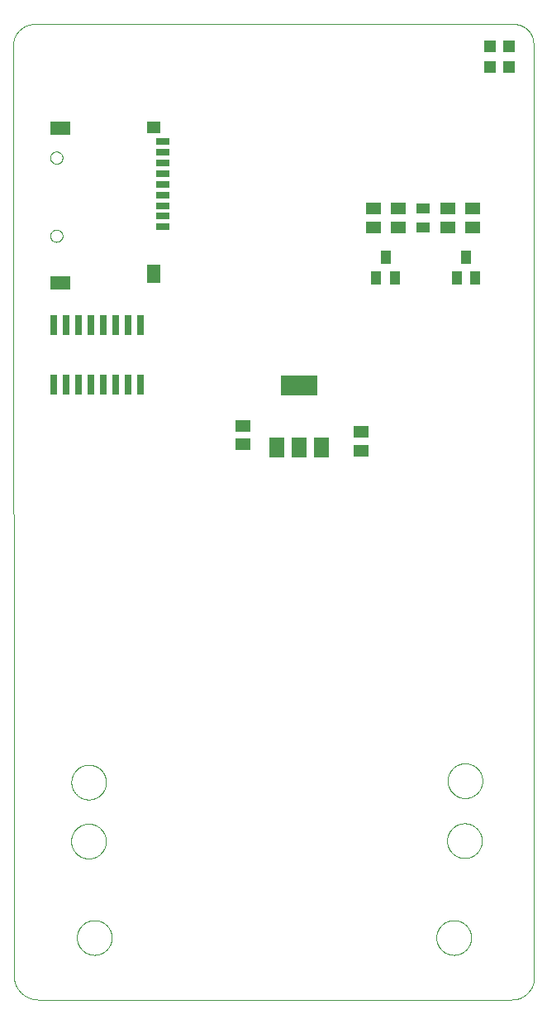
<source format=gtp>
G75*
%MOIN*%
%OFA0B0*%
%FSLAX25Y25*%
%IPPOS*%
%LPD*%
%AMOC8*
5,1,8,0,0,1.08239X$1,22.5*
%
%ADD10C,0.00000*%
%ADD11R,0.04724X0.04724*%
%ADD12R,0.03937X0.05512*%
%ADD13R,0.05906X0.05118*%
%ADD14R,0.02600X0.08000*%
%ADD15R,0.05512X0.04331*%
%ADD16R,0.07874X0.05512*%
%ADD17R,0.05512X0.05039*%
%ADD18R,0.05512X0.07677*%
%ADD19R,0.05512X0.02756*%
%ADD20R,0.05900X0.07900*%
%ADD21R,0.15000X0.07900*%
D10*
X0001297Y0010767D02*
X0001000Y0385429D01*
X0001003Y0385640D01*
X0001010Y0385850D01*
X0001023Y0386061D01*
X0001041Y0386271D01*
X0001064Y0386480D01*
X0001092Y0386689D01*
X0001124Y0386897D01*
X0001162Y0387104D01*
X0001205Y0387311D01*
X0001253Y0387516D01*
X0001306Y0387720D01*
X0001364Y0387922D01*
X0001427Y0388124D01*
X0001494Y0388323D01*
X0001567Y0388521D01*
X0001644Y0388717D01*
X0001726Y0388911D01*
X0001812Y0389104D01*
X0001903Y0389294D01*
X0001999Y0389481D01*
X0002099Y0389667D01*
X0002204Y0389850D01*
X0002313Y0390030D01*
X0002426Y0390208D01*
X0002544Y0390383D01*
X0002665Y0390554D01*
X0002791Y0390723D01*
X0002921Y0390889D01*
X0003055Y0391052D01*
X0003193Y0391211D01*
X0003335Y0391367D01*
X0003480Y0391520D01*
X0003629Y0391669D01*
X0003782Y0391814D01*
X0003938Y0391956D01*
X0004097Y0392094D01*
X0004260Y0392228D01*
X0004426Y0392358D01*
X0004595Y0392484D01*
X0004766Y0392605D01*
X0004941Y0392723D01*
X0005119Y0392836D01*
X0005299Y0392945D01*
X0005482Y0393050D01*
X0005668Y0393150D01*
X0005855Y0393246D01*
X0006045Y0393337D01*
X0006238Y0393423D01*
X0006432Y0393505D01*
X0006628Y0393582D01*
X0006826Y0393655D01*
X0007025Y0393722D01*
X0007227Y0393785D01*
X0007429Y0393843D01*
X0007633Y0393896D01*
X0007838Y0393944D01*
X0008045Y0393987D01*
X0008252Y0394025D01*
X0008460Y0394057D01*
X0008669Y0394085D01*
X0008878Y0394108D01*
X0009088Y0394126D01*
X0009299Y0394139D01*
X0009509Y0394146D01*
X0009720Y0394149D01*
X0009720Y0394148D02*
X0203035Y0394148D01*
X0203226Y0394146D01*
X0203416Y0394139D01*
X0203606Y0394127D01*
X0203796Y0394111D01*
X0203986Y0394091D01*
X0204174Y0394065D01*
X0204363Y0394035D01*
X0204550Y0394001D01*
X0204737Y0393962D01*
X0204922Y0393919D01*
X0205107Y0393871D01*
X0205290Y0393819D01*
X0205472Y0393762D01*
X0205652Y0393701D01*
X0205831Y0393636D01*
X0206009Y0393566D01*
X0206184Y0393492D01*
X0206358Y0393414D01*
X0206530Y0393331D01*
X0206700Y0393245D01*
X0206867Y0393154D01*
X0207033Y0393059D01*
X0207196Y0392961D01*
X0207357Y0392858D01*
X0207515Y0392752D01*
X0207670Y0392642D01*
X0207823Y0392528D01*
X0207973Y0392411D01*
X0208120Y0392289D01*
X0208264Y0392165D01*
X0208405Y0392037D01*
X0208543Y0391905D01*
X0208678Y0391770D01*
X0208810Y0391632D01*
X0208938Y0391491D01*
X0209062Y0391347D01*
X0209184Y0391200D01*
X0209301Y0391050D01*
X0209415Y0390897D01*
X0209525Y0390742D01*
X0209631Y0390584D01*
X0209734Y0390423D01*
X0209832Y0390260D01*
X0209927Y0390094D01*
X0210018Y0389927D01*
X0210104Y0389757D01*
X0210187Y0389585D01*
X0210265Y0389411D01*
X0210339Y0389236D01*
X0210409Y0389058D01*
X0210474Y0388879D01*
X0210535Y0388699D01*
X0210592Y0388517D01*
X0210644Y0388334D01*
X0210692Y0388149D01*
X0210735Y0387964D01*
X0210774Y0387777D01*
X0210808Y0387590D01*
X0210838Y0387401D01*
X0210864Y0387213D01*
X0210884Y0387023D01*
X0210900Y0386833D01*
X0210912Y0386643D01*
X0210919Y0386453D01*
X0210921Y0386262D01*
X0211218Y0009978D01*
X0211215Y0009761D01*
X0211208Y0009544D01*
X0211194Y0009328D01*
X0211176Y0009111D01*
X0211153Y0008896D01*
X0211124Y0008681D01*
X0211090Y0008466D01*
X0211051Y0008253D01*
X0211006Y0008041D01*
X0210957Y0007829D01*
X0210903Y0007619D01*
X0210843Y0007411D01*
X0210779Y0007204D01*
X0210709Y0006998D01*
X0210635Y0006794D01*
X0210555Y0006592D01*
X0210471Y0006393D01*
X0210382Y0006195D01*
X0210288Y0005999D01*
X0210190Y0005806D01*
X0210086Y0005615D01*
X0209979Y0005427D01*
X0209867Y0005241D01*
X0209750Y0005058D01*
X0209629Y0004878D01*
X0209503Y0004701D01*
X0209374Y0004527D01*
X0209240Y0004356D01*
X0209102Y0004189D01*
X0208960Y0004024D01*
X0208814Y0003864D01*
X0208665Y0003707D01*
X0208511Y0003553D01*
X0208354Y0003404D01*
X0208194Y0003258D01*
X0208029Y0003116D01*
X0207862Y0002978D01*
X0207691Y0002844D01*
X0207517Y0002715D01*
X0207340Y0002589D01*
X0207160Y0002468D01*
X0206977Y0002351D01*
X0206791Y0002239D01*
X0206603Y0002132D01*
X0206412Y0002028D01*
X0206219Y0001930D01*
X0206023Y0001836D01*
X0205825Y0001747D01*
X0205626Y0001663D01*
X0205424Y0001583D01*
X0205220Y0001509D01*
X0205014Y0001439D01*
X0204807Y0001375D01*
X0204599Y0001315D01*
X0204389Y0001261D01*
X0204177Y0001212D01*
X0203965Y0001167D01*
X0203752Y0001128D01*
X0203537Y0001094D01*
X0203322Y0001065D01*
X0203107Y0001042D01*
X0202890Y0001024D01*
X0202674Y0001010D01*
X0202457Y0001003D01*
X0202240Y0001000D01*
X0011063Y0001000D01*
X0010827Y0001003D01*
X0010591Y0001011D01*
X0010356Y0001026D01*
X0010120Y0001046D01*
X0009886Y0001071D01*
X0009652Y0001102D01*
X0009419Y0001139D01*
X0009186Y0001182D01*
X0008955Y0001230D01*
X0008726Y0001284D01*
X0008497Y0001343D01*
X0008270Y0001408D01*
X0008045Y0001478D01*
X0007821Y0001554D01*
X0007600Y0001635D01*
X0007380Y0001721D01*
X0007162Y0001813D01*
X0006947Y0001910D01*
X0006734Y0002012D01*
X0006524Y0002119D01*
X0006316Y0002231D01*
X0006112Y0002348D01*
X0005910Y0002470D01*
X0005711Y0002597D01*
X0005515Y0002729D01*
X0005322Y0002865D01*
X0005133Y0003006D01*
X0004947Y0003152D01*
X0004765Y0003302D01*
X0004586Y0003456D01*
X0004412Y0003615D01*
X0004241Y0003778D01*
X0004074Y0003945D01*
X0003911Y0004116D01*
X0003752Y0004290D01*
X0003598Y0004469D01*
X0003448Y0004651D01*
X0003302Y0004837D01*
X0003161Y0005026D01*
X0003025Y0005219D01*
X0002893Y0005415D01*
X0002766Y0005614D01*
X0002644Y0005816D01*
X0002527Y0006020D01*
X0002415Y0006228D01*
X0002308Y0006438D01*
X0002206Y0006651D01*
X0002109Y0006866D01*
X0002017Y0007084D01*
X0001931Y0007304D01*
X0001850Y0007525D01*
X0001774Y0007749D01*
X0001704Y0007974D01*
X0001639Y0008201D01*
X0001580Y0008430D01*
X0001526Y0008659D01*
X0001478Y0008890D01*
X0001435Y0009123D01*
X0001398Y0009356D01*
X0001367Y0009590D01*
X0001342Y0009824D01*
X0001322Y0010060D01*
X0001307Y0010295D01*
X0001299Y0010531D01*
X0001296Y0010767D01*
X0024468Y0064839D02*
X0024470Y0065011D01*
X0024476Y0065182D01*
X0024487Y0065354D01*
X0024502Y0065525D01*
X0024521Y0065696D01*
X0024544Y0065866D01*
X0024571Y0066036D01*
X0024603Y0066205D01*
X0024638Y0066373D01*
X0024678Y0066540D01*
X0024722Y0066706D01*
X0024769Y0066871D01*
X0024821Y0067035D01*
X0024877Y0067197D01*
X0024937Y0067358D01*
X0025001Y0067518D01*
X0025069Y0067676D01*
X0025140Y0067832D01*
X0025215Y0067986D01*
X0025295Y0068139D01*
X0025377Y0068289D01*
X0025464Y0068438D01*
X0025554Y0068584D01*
X0025648Y0068728D01*
X0025745Y0068870D01*
X0025846Y0069009D01*
X0025950Y0069146D01*
X0026057Y0069280D01*
X0026168Y0069411D01*
X0026281Y0069540D01*
X0026398Y0069666D01*
X0026518Y0069789D01*
X0026641Y0069909D01*
X0026767Y0070026D01*
X0026896Y0070139D01*
X0027027Y0070250D01*
X0027161Y0070357D01*
X0027298Y0070461D01*
X0027437Y0070562D01*
X0027579Y0070659D01*
X0027723Y0070753D01*
X0027869Y0070843D01*
X0028018Y0070930D01*
X0028168Y0071012D01*
X0028321Y0071092D01*
X0028475Y0071167D01*
X0028631Y0071238D01*
X0028789Y0071306D01*
X0028949Y0071370D01*
X0029110Y0071430D01*
X0029272Y0071486D01*
X0029436Y0071538D01*
X0029601Y0071585D01*
X0029767Y0071629D01*
X0029934Y0071669D01*
X0030102Y0071704D01*
X0030271Y0071736D01*
X0030441Y0071763D01*
X0030611Y0071786D01*
X0030782Y0071805D01*
X0030953Y0071820D01*
X0031125Y0071831D01*
X0031296Y0071837D01*
X0031468Y0071839D01*
X0031640Y0071837D01*
X0031811Y0071831D01*
X0031983Y0071820D01*
X0032154Y0071805D01*
X0032325Y0071786D01*
X0032495Y0071763D01*
X0032665Y0071736D01*
X0032834Y0071704D01*
X0033002Y0071669D01*
X0033169Y0071629D01*
X0033335Y0071585D01*
X0033500Y0071538D01*
X0033664Y0071486D01*
X0033826Y0071430D01*
X0033987Y0071370D01*
X0034147Y0071306D01*
X0034305Y0071238D01*
X0034461Y0071167D01*
X0034615Y0071092D01*
X0034768Y0071012D01*
X0034918Y0070930D01*
X0035067Y0070843D01*
X0035213Y0070753D01*
X0035357Y0070659D01*
X0035499Y0070562D01*
X0035638Y0070461D01*
X0035775Y0070357D01*
X0035909Y0070250D01*
X0036040Y0070139D01*
X0036169Y0070026D01*
X0036295Y0069909D01*
X0036418Y0069789D01*
X0036538Y0069666D01*
X0036655Y0069540D01*
X0036768Y0069411D01*
X0036879Y0069280D01*
X0036986Y0069146D01*
X0037090Y0069009D01*
X0037191Y0068870D01*
X0037288Y0068728D01*
X0037382Y0068584D01*
X0037472Y0068438D01*
X0037559Y0068289D01*
X0037641Y0068139D01*
X0037721Y0067986D01*
X0037796Y0067832D01*
X0037867Y0067676D01*
X0037935Y0067518D01*
X0037999Y0067358D01*
X0038059Y0067197D01*
X0038115Y0067035D01*
X0038167Y0066871D01*
X0038214Y0066706D01*
X0038258Y0066540D01*
X0038298Y0066373D01*
X0038333Y0066205D01*
X0038365Y0066036D01*
X0038392Y0065866D01*
X0038415Y0065696D01*
X0038434Y0065525D01*
X0038449Y0065354D01*
X0038460Y0065182D01*
X0038466Y0065011D01*
X0038468Y0064839D01*
X0038466Y0064667D01*
X0038460Y0064496D01*
X0038449Y0064324D01*
X0038434Y0064153D01*
X0038415Y0063982D01*
X0038392Y0063812D01*
X0038365Y0063642D01*
X0038333Y0063473D01*
X0038298Y0063305D01*
X0038258Y0063138D01*
X0038214Y0062972D01*
X0038167Y0062807D01*
X0038115Y0062643D01*
X0038059Y0062481D01*
X0037999Y0062320D01*
X0037935Y0062160D01*
X0037867Y0062002D01*
X0037796Y0061846D01*
X0037721Y0061692D01*
X0037641Y0061539D01*
X0037559Y0061389D01*
X0037472Y0061240D01*
X0037382Y0061094D01*
X0037288Y0060950D01*
X0037191Y0060808D01*
X0037090Y0060669D01*
X0036986Y0060532D01*
X0036879Y0060398D01*
X0036768Y0060267D01*
X0036655Y0060138D01*
X0036538Y0060012D01*
X0036418Y0059889D01*
X0036295Y0059769D01*
X0036169Y0059652D01*
X0036040Y0059539D01*
X0035909Y0059428D01*
X0035775Y0059321D01*
X0035638Y0059217D01*
X0035499Y0059116D01*
X0035357Y0059019D01*
X0035213Y0058925D01*
X0035067Y0058835D01*
X0034918Y0058748D01*
X0034768Y0058666D01*
X0034615Y0058586D01*
X0034461Y0058511D01*
X0034305Y0058440D01*
X0034147Y0058372D01*
X0033987Y0058308D01*
X0033826Y0058248D01*
X0033664Y0058192D01*
X0033500Y0058140D01*
X0033335Y0058093D01*
X0033169Y0058049D01*
X0033002Y0058009D01*
X0032834Y0057974D01*
X0032665Y0057942D01*
X0032495Y0057915D01*
X0032325Y0057892D01*
X0032154Y0057873D01*
X0031983Y0057858D01*
X0031811Y0057847D01*
X0031640Y0057841D01*
X0031468Y0057839D01*
X0031296Y0057841D01*
X0031125Y0057847D01*
X0030953Y0057858D01*
X0030782Y0057873D01*
X0030611Y0057892D01*
X0030441Y0057915D01*
X0030271Y0057942D01*
X0030102Y0057974D01*
X0029934Y0058009D01*
X0029767Y0058049D01*
X0029601Y0058093D01*
X0029436Y0058140D01*
X0029272Y0058192D01*
X0029110Y0058248D01*
X0028949Y0058308D01*
X0028789Y0058372D01*
X0028631Y0058440D01*
X0028475Y0058511D01*
X0028321Y0058586D01*
X0028168Y0058666D01*
X0028018Y0058748D01*
X0027869Y0058835D01*
X0027723Y0058925D01*
X0027579Y0059019D01*
X0027437Y0059116D01*
X0027298Y0059217D01*
X0027161Y0059321D01*
X0027027Y0059428D01*
X0026896Y0059539D01*
X0026767Y0059652D01*
X0026641Y0059769D01*
X0026518Y0059889D01*
X0026398Y0060012D01*
X0026281Y0060138D01*
X0026168Y0060267D01*
X0026057Y0060398D01*
X0025950Y0060532D01*
X0025846Y0060669D01*
X0025745Y0060808D01*
X0025648Y0060950D01*
X0025554Y0061094D01*
X0025464Y0061240D01*
X0025377Y0061389D01*
X0025295Y0061539D01*
X0025215Y0061692D01*
X0025140Y0061846D01*
X0025069Y0062002D01*
X0025001Y0062160D01*
X0024937Y0062320D01*
X0024877Y0062481D01*
X0024821Y0062643D01*
X0024769Y0062807D01*
X0024722Y0062972D01*
X0024678Y0063138D01*
X0024638Y0063305D01*
X0024603Y0063473D01*
X0024571Y0063642D01*
X0024544Y0063812D01*
X0024521Y0063982D01*
X0024502Y0064153D01*
X0024487Y0064324D01*
X0024476Y0064496D01*
X0024470Y0064667D01*
X0024468Y0064839D01*
X0024536Y0088621D02*
X0024538Y0088793D01*
X0024544Y0088964D01*
X0024555Y0089136D01*
X0024570Y0089307D01*
X0024589Y0089478D01*
X0024612Y0089648D01*
X0024639Y0089818D01*
X0024671Y0089987D01*
X0024706Y0090155D01*
X0024746Y0090322D01*
X0024790Y0090488D01*
X0024837Y0090653D01*
X0024889Y0090817D01*
X0024945Y0090979D01*
X0025005Y0091140D01*
X0025069Y0091300D01*
X0025137Y0091458D01*
X0025208Y0091614D01*
X0025283Y0091768D01*
X0025363Y0091921D01*
X0025445Y0092071D01*
X0025532Y0092220D01*
X0025622Y0092366D01*
X0025716Y0092510D01*
X0025813Y0092652D01*
X0025914Y0092791D01*
X0026018Y0092928D01*
X0026125Y0093062D01*
X0026236Y0093193D01*
X0026349Y0093322D01*
X0026466Y0093448D01*
X0026586Y0093571D01*
X0026709Y0093691D01*
X0026835Y0093808D01*
X0026964Y0093921D01*
X0027095Y0094032D01*
X0027229Y0094139D01*
X0027366Y0094243D01*
X0027505Y0094344D01*
X0027647Y0094441D01*
X0027791Y0094535D01*
X0027937Y0094625D01*
X0028086Y0094712D01*
X0028236Y0094794D01*
X0028389Y0094874D01*
X0028543Y0094949D01*
X0028699Y0095020D01*
X0028857Y0095088D01*
X0029017Y0095152D01*
X0029178Y0095212D01*
X0029340Y0095268D01*
X0029504Y0095320D01*
X0029669Y0095367D01*
X0029835Y0095411D01*
X0030002Y0095451D01*
X0030170Y0095486D01*
X0030339Y0095518D01*
X0030509Y0095545D01*
X0030679Y0095568D01*
X0030850Y0095587D01*
X0031021Y0095602D01*
X0031193Y0095613D01*
X0031364Y0095619D01*
X0031536Y0095621D01*
X0031708Y0095619D01*
X0031879Y0095613D01*
X0032051Y0095602D01*
X0032222Y0095587D01*
X0032393Y0095568D01*
X0032563Y0095545D01*
X0032733Y0095518D01*
X0032902Y0095486D01*
X0033070Y0095451D01*
X0033237Y0095411D01*
X0033403Y0095367D01*
X0033568Y0095320D01*
X0033732Y0095268D01*
X0033894Y0095212D01*
X0034055Y0095152D01*
X0034215Y0095088D01*
X0034373Y0095020D01*
X0034529Y0094949D01*
X0034683Y0094874D01*
X0034836Y0094794D01*
X0034986Y0094712D01*
X0035135Y0094625D01*
X0035281Y0094535D01*
X0035425Y0094441D01*
X0035567Y0094344D01*
X0035706Y0094243D01*
X0035843Y0094139D01*
X0035977Y0094032D01*
X0036108Y0093921D01*
X0036237Y0093808D01*
X0036363Y0093691D01*
X0036486Y0093571D01*
X0036606Y0093448D01*
X0036723Y0093322D01*
X0036836Y0093193D01*
X0036947Y0093062D01*
X0037054Y0092928D01*
X0037158Y0092791D01*
X0037259Y0092652D01*
X0037356Y0092510D01*
X0037450Y0092366D01*
X0037540Y0092220D01*
X0037627Y0092071D01*
X0037709Y0091921D01*
X0037789Y0091768D01*
X0037864Y0091614D01*
X0037935Y0091458D01*
X0038003Y0091300D01*
X0038067Y0091140D01*
X0038127Y0090979D01*
X0038183Y0090817D01*
X0038235Y0090653D01*
X0038282Y0090488D01*
X0038326Y0090322D01*
X0038366Y0090155D01*
X0038401Y0089987D01*
X0038433Y0089818D01*
X0038460Y0089648D01*
X0038483Y0089478D01*
X0038502Y0089307D01*
X0038517Y0089136D01*
X0038528Y0088964D01*
X0038534Y0088793D01*
X0038536Y0088621D01*
X0038534Y0088449D01*
X0038528Y0088278D01*
X0038517Y0088106D01*
X0038502Y0087935D01*
X0038483Y0087764D01*
X0038460Y0087594D01*
X0038433Y0087424D01*
X0038401Y0087255D01*
X0038366Y0087087D01*
X0038326Y0086920D01*
X0038282Y0086754D01*
X0038235Y0086589D01*
X0038183Y0086425D01*
X0038127Y0086263D01*
X0038067Y0086102D01*
X0038003Y0085942D01*
X0037935Y0085784D01*
X0037864Y0085628D01*
X0037789Y0085474D01*
X0037709Y0085321D01*
X0037627Y0085171D01*
X0037540Y0085022D01*
X0037450Y0084876D01*
X0037356Y0084732D01*
X0037259Y0084590D01*
X0037158Y0084451D01*
X0037054Y0084314D01*
X0036947Y0084180D01*
X0036836Y0084049D01*
X0036723Y0083920D01*
X0036606Y0083794D01*
X0036486Y0083671D01*
X0036363Y0083551D01*
X0036237Y0083434D01*
X0036108Y0083321D01*
X0035977Y0083210D01*
X0035843Y0083103D01*
X0035706Y0082999D01*
X0035567Y0082898D01*
X0035425Y0082801D01*
X0035281Y0082707D01*
X0035135Y0082617D01*
X0034986Y0082530D01*
X0034836Y0082448D01*
X0034683Y0082368D01*
X0034529Y0082293D01*
X0034373Y0082222D01*
X0034215Y0082154D01*
X0034055Y0082090D01*
X0033894Y0082030D01*
X0033732Y0081974D01*
X0033568Y0081922D01*
X0033403Y0081875D01*
X0033237Y0081831D01*
X0033070Y0081791D01*
X0032902Y0081756D01*
X0032733Y0081724D01*
X0032563Y0081697D01*
X0032393Y0081674D01*
X0032222Y0081655D01*
X0032051Y0081640D01*
X0031879Y0081629D01*
X0031708Y0081623D01*
X0031536Y0081621D01*
X0031364Y0081623D01*
X0031193Y0081629D01*
X0031021Y0081640D01*
X0030850Y0081655D01*
X0030679Y0081674D01*
X0030509Y0081697D01*
X0030339Y0081724D01*
X0030170Y0081756D01*
X0030002Y0081791D01*
X0029835Y0081831D01*
X0029669Y0081875D01*
X0029504Y0081922D01*
X0029340Y0081974D01*
X0029178Y0082030D01*
X0029017Y0082090D01*
X0028857Y0082154D01*
X0028699Y0082222D01*
X0028543Y0082293D01*
X0028389Y0082368D01*
X0028236Y0082448D01*
X0028086Y0082530D01*
X0027937Y0082617D01*
X0027791Y0082707D01*
X0027647Y0082801D01*
X0027505Y0082898D01*
X0027366Y0082999D01*
X0027229Y0083103D01*
X0027095Y0083210D01*
X0026964Y0083321D01*
X0026835Y0083434D01*
X0026709Y0083551D01*
X0026586Y0083671D01*
X0026466Y0083794D01*
X0026349Y0083920D01*
X0026236Y0084049D01*
X0026125Y0084180D01*
X0026018Y0084314D01*
X0025914Y0084451D01*
X0025813Y0084590D01*
X0025716Y0084732D01*
X0025622Y0084876D01*
X0025532Y0085022D01*
X0025445Y0085171D01*
X0025363Y0085321D01*
X0025283Y0085474D01*
X0025208Y0085628D01*
X0025137Y0085784D01*
X0025069Y0085942D01*
X0025005Y0086102D01*
X0024945Y0086263D01*
X0024889Y0086425D01*
X0024837Y0086589D01*
X0024790Y0086754D01*
X0024746Y0086920D01*
X0024706Y0087087D01*
X0024671Y0087255D01*
X0024639Y0087424D01*
X0024612Y0087594D01*
X0024589Y0087764D01*
X0024570Y0087935D01*
X0024555Y0088106D01*
X0024544Y0088278D01*
X0024538Y0088449D01*
X0024536Y0088621D01*
X0026797Y0026000D02*
X0026799Y0026172D01*
X0026805Y0026343D01*
X0026816Y0026515D01*
X0026831Y0026686D01*
X0026850Y0026857D01*
X0026873Y0027027D01*
X0026900Y0027197D01*
X0026932Y0027366D01*
X0026967Y0027534D01*
X0027007Y0027701D01*
X0027051Y0027867D01*
X0027098Y0028032D01*
X0027150Y0028196D01*
X0027206Y0028358D01*
X0027266Y0028519D01*
X0027330Y0028679D01*
X0027398Y0028837D01*
X0027469Y0028993D01*
X0027544Y0029147D01*
X0027624Y0029300D01*
X0027706Y0029450D01*
X0027793Y0029599D01*
X0027883Y0029745D01*
X0027977Y0029889D01*
X0028074Y0030031D01*
X0028175Y0030170D01*
X0028279Y0030307D01*
X0028386Y0030441D01*
X0028497Y0030572D01*
X0028610Y0030701D01*
X0028727Y0030827D01*
X0028847Y0030950D01*
X0028970Y0031070D01*
X0029096Y0031187D01*
X0029225Y0031300D01*
X0029356Y0031411D01*
X0029490Y0031518D01*
X0029627Y0031622D01*
X0029766Y0031723D01*
X0029908Y0031820D01*
X0030052Y0031914D01*
X0030198Y0032004D01*
X0030347Y0032091D01*
X0030497Y0032173D01*
X0030650Y0032253D01*
X0030804Y0032328D01*
X0030960Y0032399D01*
X0031118Y0032467D01*
X0031278Y0032531D01*
X0031439Y0032591D01*
X0031601Y0032647D01*
X0031765Y0032699D01*
X0031930Y0032746D01*
X0032096Y0032790D01*
X0032263Y0032830D01*
X0032431Y0032865D01*
X0032600Y0032897D01*
X0032770Y0032924D01*
X0032940Y0032947D01*
X0033111Y0032966D01*
X0033282Y0032981D01*
X0033454Y0032992D01*
X0033625Y0032998D01*
X0033797Y0033000D01*
X0033969Y0032998D01*
X0034140Y0032992D01*
X0034312Y0032981D01*
X0034483Y0032966D01*
X0034654Y0032947D01*
X0034824Y0032924D01*
X0034994Y0032897D01*
X0035163Y0032865D01*
X0035331Y0032830D01*
X0035498Y0032790D01*
X0035664Y0032746D01*
X0035829Y0032699D01*
X0035993Y0032647D01*
X0036155Y0032591D01*
X0036316Y0032531D01*
X0036476Y0032467D01*
X0036634Y0032399D01*
X0036790Y0032328D01*
X0036944Y0032253D01*
X0037097Y0032173D01*
X0037247Y0032091D01*
X0037396Y0032004D01*
X0037542Y0031914D01*
X0037686Y0031820D01*
X0037828Y0031723D01*
X0037967Y0031622D01*
X0038104Y0031518D01*
X0038238Y0031411D01*
X0038369Y0031300D01*
X0038498Y0031187D01*
X0038624Y0031070D01*
X0038747Y0030950D01*
X0038867Y0030827D01*
X0038984Y0030701D01*
X0039097Y0030572D01*
X0039208Y0030441D01*
X0039315Y0030307D01*
X0039419Y0030170D01*
X0039520Y0030031D01*
X0039617Y0029889D01*
X0039711Y0029745D01*
X0039801Y0029599D01*
X0039888Y0029450D01*
X0039970Y0029300D01*
X0040050Y0029147D01*
X0040125Y0028993D01*
X0040196Y0028837D01*
X0040264Y0028679D01*
X0040328Y0028519D01*
X0040388Y0028358D01*
X0040444Y0028196D01*
X0040496Y0028032D01*
X0040543Y0027867D01*
X0040587Y0027701D01*
X0040627Y0027534D01*
X0040662Y0027366D01*
X0040694Y0027197D01*
X0040721Y0027027D01*
X0040744Y0026857D01*
X0040763Y0026686D01*
X0040778Y0026515D01*
X0040789Y0026343D01*
X0040795Y0026172D01*
X0040797Y0026000D01*
X0040795Y0025828D01*
X0040789Y0025657D01*
X0040778Y0025485D01*
X0040763Y0025314D01*
X0040744Y0025143D01*
X0040721Y0024973D01*
X0040694Y0024803D01*
X0040662Y0024634D01*
X0040627Y0024466D01*
X0040587Y0024299D01*
X0040543Y0024133D01*
X0040496Y0023968D01*
X0040444Y0023804D01*
X0040388Y0023642D01*
X0040328Y0023481D01*
X0040264Y0023321D01*
X0040196Y0023163D01*
X0040125Y0023007D01*
X0040050Y0022853D01*
X0039970Y0022700D01*
X0039888Y0022550D01*
X0039801Y0022401D01*
X0039711Y0022255D01*
X0039617Y0022111D01*
X0039520Y0021969D01*
X0039419Y0021830D01*
X0039315Y0021693D01*
X0039208Y0021559D01*
X0039097Y0021428D01*
X0038984Y0021299D01*
X0038867Y0021173D01*
X0038747Y0021050D01*
X0038624Y0020930D01*
X0038498Y0020813D01*
X0038369Y0020700D01*
X0038238Y0020589D01*
X0038104Y0020482D01*
X0037967Y0020378D01*
X0037828Y0020277D01*
X0037686Y0020180D01*
X0037542Y0020086D01*
X0037396Y0019996D01*
X0037247Y0019909D01*
X0037097Y0019827D01*
X0036944Y0019747D01*
X0036790Y0019672D01*
X0036634Y0019601D01*
X0036476Y0019533D01*
X0036316Y0019469D01*
X0036155Y0019409D01*
X0035993Y0019353D01*
X0035829Y0019301D01*
X0035664Y0019254D01*
X0035498Y0019210D01*
X0035331Y0019170D01*
X0035163Y0019135D01*
X0034994Y0019103D01*
X0034824Y0019076D01*
X0034654Y0019053D01*
X0034483Y0019034D01*
X0034312Y0019019D01*
X0034140Y0019008D01*
X0033969Y0019002D01*
X0033797Y0019000D01*
X0033625Y0019002D01*
X0033454Y0019008D01*
X0033282Y0019019D01*
X0033111Y0019034D01*
X0032940Y0019053D01*
X0032770Y0019076D01*
X0032600Y0019103D01*
X0032431Y0019135D01*
X0032263Y0019170D01*
X0032096Y0019210D01*
X0031930Y0019254D01*
X0031765Y0019301D01*
X0031601Y0019353D01*
X0031439Y0019409D01*
X0031278Y0019469D01*
X0031118Y0019533D01*
X0030960Y0019601D01*
X0030804Y0019672D01*
X0030650Y0019747D01*
X0030497Y0019827D01*
X0030347Y0019909D01*
X0030198Y0019996D01*
X0030052Y0020086D01*
X0029908Y0020180D01*
X0029766Y0020277D01*
X0029627Y0020378D01*
X0029490Y0020482D01*
X0029356Y0020589D01*
X0029225Y0020700D01*
X0029096Y0020813D01*
X0028970Y0020930D01*
X0028847Y0021050D01*
X0028727Y0021173D01*
X0028610Y0021299D01*
X0028497Y0021428D01*
X0028386Y0021559D01*
X0028279Y0021693D01*
X0028175Y0021830D01*
X0028074Y0021969D01*
X0027977Y0022111D01*
X0027883Y0022255D01*
X0027793Y0022401D01*
X0027706Y0022550D01*
X0027624Y0022700D01*
X0027544Y0022853D01*
X0027469Y0023007D01*
X0027398Y0023163D01*
X0027330Y0023321D01*
X0027266Y0023481D01*
X0027206Y0023642D01*
X0027150Y0023804D01*
X0027098Y0023968D01*
X0027051Y0024133D01*
X0027007Y0024299D01*
X0026967Y0024466D01*
X0026932Y0024634D01*
X0026900Y0024803D01*
X0026873Y0024973D01*
X0026850Y0025143D01*
X0026831Y0025314D01*
X0026816Y0025485D01*
X0026805Y0025657D01*
X0026799Y0025828D01*
X0026797Y0026000D01*
X0016041Y0308795D02*
X0016043Y0308894D01*
X0016049Y0308993D01*
X0016059Y0309092D01*
X0016073Y0309190D01*
X0016091Y0309287D01*
X0016113Y0309384D01*
X0016138Y0309480D01*
X0016168Y0309574D01*
X0016201Y0309668D01*
X0016238Y0309760D01*
X0016279Y0309850D01*
X0016323Y0309939D01*
X0016371Y0310025D01*
X0016422Y0310110D01*
X0016477Y0310193D01*
X0016535Y0310273D01*
X0016596Y0310351D01*
X0016660Y0310427D01*
X0016727Y0310500D01*
X0016797Y0310570D01*
X0016870Y0310637D01*
X0016946Y0310701D01*
X0017024Y0310762D01*
X0017104Y0310820D01*
X0017187Y0310875D01*
X0017271Y0310926D01*
X0017358Y0310974D01*
X0017447Y0311018D01*
X0017537Y0311059D01*
X0017629Y0311096D01*
X0017723Y0311129D01*
X0017817Y0311159D01*
X0017913Y0311184D01*
X0018010Y0311206D01*
X0018107Y0311224D01*
X0018205Y0311238D01*
X0018304Y0311248D01*
X0018403Y0311254D01*
X0018502Y0311256D01*
X0018601Y0311254D01*
X0018700Y0311248D01*
X0018799Y0311238D01*
X0018897Y0311224D01*
X0018994Y0311206D01*
X0019091Y0311184D01*
X0019187Y0311159D01*
X0019281Y0311129D01*
X0019375Y0311096D01*
X0019467Y0311059D01*
X0019557Y0311018D01*
X0019646Y0310974D01*
X0019732Y0310926D01*
X0019817Y0310875D01*
X0019900Y0310820D01*
X0019980Y0310762D01*
X0020058Y0310701D01*
X0020134Y0310637D01*
X0020207Y0310570D01*
X0020277Y0310500D01*
X0020344Y0310427D01*
X0020408Y0310351D01*
X0020469Y0310273D01*
X0020527Y0310193D01*
X0020582Y0310110D01*
X0020633Y0310026D01*
X0020681Y0309939D01*
X0020725Y0309850D01*
X0020766Y0309760D01*
X0020803Y0309668D01*
X0020836Y0309574D01*
X0020866Y0309480D01*
X0020891Y0309384D01*
X0020913Y0309287D01*
X0020931Y0309190D01*
X0020945Y0309092D01*
X0020955Y0308993D01*
X0020961Y0308894D01*
X0020963Y0308795D01*
X0020961Y0308696D01*
X0020955Y0308597D01*
X0020945Y0308498D01*
X0020931Y0308400D01*
X0020913Y0308303D01*
X0020891Y0308206D01*
X0020866Y0308110D01*
X0020836Y0308016D01*
X0020803Y0307922D01*
X0020766Y0307830D01*
X0020725Y0307740D01*
X0020681Y0307651D01*
X0020633Y0307565D01*
X0020582Y0307480D01*
X0020527Y0307397D01*
X0020469Y0307317D01*
X0020408Y0307239D01*
X0020344Y0307163D01*
X0020277Y0307090D01*
X0020207Y0307020D01*
X0020134Y0306953D01*
X0020058Y0306889D01*
X0019980Y0306828D01*
X0019900Y0306770D01*
X0019817Y0306715D01*
X0019733Y0306664D01*
X0019646Y0306616D01*
X0019557Y0306572D01*
X0019467Y0306531D01*
X0019375Y0306494D01*
X0019281Y0306461D01*
X0019187Y0306431D01*
X0019091Y0306406D01*
X0018994Y0306384D01*
X0018897Y0306366D01*
X0018799Y0306352D01*
X0018700Y0306342D01*
X0018601Y0306336D01*
X0018502Y0306334D01*
X0018403Y0306336D01*
X0018304Y0306342D01*
X0018205Y0306352D01*
X0018107Y0306366D01*
X0018010Y0306384D01*
X0017913Y0306406D01*
X0017817Y0306431D01*
X0017723Y0306461D01*
X0017629Y0306494D01*
X0017537Y0306531D01*
X0017447Y0306572D01*
X0017358Y0306616D01*
X0017272Y0306664D01*
X0017187Y0306715D01*
X0017104Y0306770D01*
X0017024Y0306828D01*
X0016946Y0306889D01*
X0016870Y0306953D01*
X0016797Y0307020D01*
X0016727Y0307090D01*
X0016660Y0307163D01*
X0016596Y0307239D01*
X0016535Y0307317D01*
X0016477Y0307397D01*
X0016422Y0307480D01*
X0016371Y0307564D01*
X0016323Y0307651D01*
X0016279Y0307740D01*
X0016238Y0307830D01*
X0016201Y0307922D01*
X0016168Y0308016D01*
X0016138Y0308110D01*
X0016113Y0308206D01*
X0016091Y0308303D01*
X0016073Y0308400D01*
X0016059Y0308498D01*
X0016049Y0308597D01*
X0016043Y0308696D01*
X0016041Y0308795D01*
X0016041Y0340291D02*
X0016043Y0340390D01*
X0016049Y0340489D01*
X0016059Y0340588D01*
X0016073Y0340686D01*
X0016091Y0340783D01*
X0016113Y0340880D01*
X0016138Y0340976D01*
X0016168Y0341070D01*
X0016201Y0341164D01*
X0016238Y0341256D01*
X0016279Y0341346D01*
X0016323Y0341435D01*
X0016371Y0341521D01*
X0016422Y0341606D01*
X0016477Y0341689D01*
X0016535Y0341769D01*
X0016596Y0341847D01*
X0016660Y0341923D01*
X0016727Y0341996D01*
X0016797Y0342066D01*
X0016870Y0342133D01*
X0016946Y0342197D01*
X0017024Y0342258D01*
X0017104Y0342316D01*
X0017187Y0342371D01*
X0017271Y0342422D01*
X0017358Y0342470D01*
X0017447Y0342514D01*
X0017537Y0342555D01*
X0017629Y0342592D01*
X0017723Y0342625D01*
X0017817Y0342655D01*
X0017913Y0342680D01*
X0018010Y0342702D01*
X0018107Y0342720D01*
X0018205Y0342734D01*
X0018304Y0342744D01*
X0018403Y0342750D01*
X0018502Y0342752D01*
X0018601Y0342750D01*
X0018700Y0342744D01*
X0018799Y0342734D01*
X0018897Y0342720D01*
X0018994Y0342702D01*
X0019091Y0342680D01*
X0019187Y0342655D01*
X0019281Y0342625D01*
X0019375Y0342592D01*
X0019467Y0342555D01*
X0019557Y0342514D01*
X0019646Y0342470D01*
X0019732Y0342422D01*
X0019817Y0342371D01*
X0019900Y0342316D01*
X0019980Y0342258D01*
X0020058Y0342197D01*
X0020134Y0342133D01*
X0020207Y0342066D01*
X0020277Y0341996D01*
X0020344Y0341923D01*
X0020408Y0341847D01*
X0020469Y0341769D01*
X0020527Y0341689D01*
X0020582Y0341606D01*
X0020633Y0341522D01*
X0020681Y0341435D01*
X0020725Y0341346D01*
X0020766Y0341256D01*
X0020803Y0341164D01*
X0020836Y0341070D01*
X0020866Y0340976D01*
X0020891Y0340880D01*
X0020913Y0340783D01*
X0020931Y0340686D01*
X0020945Y0340588D01*
X0020955Y0340489D01*
X0020961Y0340390D01*
X0020963Y0340291D01*
X0020961Y0340192D01*
X0020955Y0340093D01*
X0020945Y0339994D01*
X0020931Y0339896D01*
X0020913Y0339799D01*
X0020891Y0339702D01*
X0020866Y0339606D01*
X0020836Y0339512D01*
X0020803Y0339418D01*
X0020766Y0339326D01*
X0020725Y0339236D01*
X0020681Y0339147D01*
X0020633Y0339061D01*
X0020582Y0338976D01*
X0020527Y0338893D01*
X0020469Y0338813D01*
X0020408Y0338735D01*
X0020344Y0338659D01*
X0020277Y0338586D01*
X0020207Y0338516D01*
X0020134Y0338449D01*
X0020058Y0338385D01*
X0019980Y0338324D01*
X0019900Y0338266D01*
X0019817Y0338211D01*
X0019733Y0338160D01*
X0019646Y0338112D01*
X0019557Y0338068D01*
X0019467Y0338027D01*
X0019375Y0337990D01*
X0019281Y0337957D01*
X0019187Y0337927D01*
X0019091Y0337902D01*
X0018994Y0337880D01*
X0018897Y0337862D01*
X0018799Y0337848D01*
X0018700Y0337838D01*
X0018601Y0337832D01*
X0018502Y0337830D01*
X0018403Y0337832D01*
X0018304Y0337838D01*
X0018205Y0337848D01*
X0018107Y0337862D01*
X0018010Y0337880D01*
X0017913Y0337902D01*
X0017817Y0337927D01*
X0017723Y0337957D01*
X0017629Y0337990D01*
X0017537Y0338027D01*
X0017447Y0338068D01*
X0017358Y0338112D01*
X0017272Y0338160D01*
X0017187Y0338211D01*
X0017104Y0338266D01*
X0017024Y0338324D01*
X0016946Y0338385D01*
X0016870Y0338449D01*
X0016797Y0338516D01*
X0016727Y0338586D01*
X0016660Y0338659D01*
X0016596Y0338735D01*
X0016535Y0338813D01*
X0016477Y0338893D01*
X0016422Y0338976D01*
X0016371Y0339060D01*
X0016323Y0339147D01*
X0016279Y0339236D01*
X0016238Y0339326D01*
X0016201Y0339418D01*
X0016168Y0339512D01*
X0016138Y0339606D01*
X0016113Y0339702D01*
X0016091Y0339799D01*
X0016073Y0339896D01*
X0016059Y0339994D01*
X0016049Y0340093D01*
X0016043Y0340192D01*
X0016041Y0340291D01*
X0171797Y0026000D02*
X0171799Y0026172D01*
X0171805Y0026343D01*
X0171816Y0026515D01*
X0171831Y0026686D01*
X0171850Y0026857D01*
X0171873Y0027027D01*
X0171900Y0027197D01*
X0171932Y0027366D01*
X0171967Y0027534D01*
X0172007Y0027701D01*
X0172051Y0027867D01*
X0172098Y0028032D01*
X0172150Y0028196D01*
X0172206Y0028358D01*
X0172266Y0028519D01*
X0172330Y0028679D01*
X0172398Y0028837D01*
X0172469Y0028993D01*
X0172544Y0029147D01*
X0172624Y0029300D01*
X0172706Y0029450D01*
X0172793Y0029599D01*
X0172883Y0029745D01*
X0172977Y0029889D01*
X0173074Y0030031D01*
X0173175Y0030170D01*
X0173279Y0030307D01*
X0173386Y0030441D01*
X0173497Y0030572D01*
X0173610Y0030701D01*
X0173727Y0030827D01*
X0173847Y0030950D01*
X0173970Y0031070D01*
X0174096Y0031187D01*
X0174225Y0031300D01*
X0174356Y0031411D01*
X0174490Y0031518D01*
X0174627Y0031622D01*
X0174766Y0031723D01*
X0174908Y0031820D01*
X0175052Y0031914D01*
X0175198Y0032004D01*
X0175347Y0032091D01*
X0175497Y0032173D01*
X0175650Y0032253D01*
X0175804Y0032328D01*
X0175960Y0032399D01*
X0176118Y0032467D01*
X0176278Y0032531D01*
X0176439Y0032591D01*
X0176601Y0032647D01*
X0176765Y0032699D01*
X0176930Y0032746D01*
X0177096Y0032790D01*
X0177263Y0032830D01*
X0177431Y0032865D01*
X0177600Y0032897D01*
X0177770Y0032924D01*
X0177940Y0032947D01*
X0178111Y0032966D01*
X0178282Y0032981D01*
X0178454Y0032992D01*
X0178625Y0032998D01*
X0178797Y0033000D01*
X0178969Y0032998D01*
X0179140Y0032992D01*
X0179312Y0032981D01*
X0179483Y0032966D01*
X0179654Y0032947D01*
X0179824Y0032924D01*
X0179994Y0032897D01*
X0180163Y0032865D01*
X0180331Y0032830D01*
X0180498Y0032790D01*
X0180664Y0032746D01*
X0180829Y0032699D01*
X0180993Y0032647D01*
X0181155Y0032591D01*
X0181316Y0032531D01*
X0181476Y0032467D01*
X0181634Y0032399D01*
X0181790Y0032328D01*
X0181944Y0032253D01*
X0182097Y0032173D01*
X0182247Y0032091D01*
X0182396Y0032004D01*
X0182542Y0031914D01*
X0182686Y0031820D01*
X0182828Y0031723D01*
X0182967Y0031622D01*
X0183104Y0031518D01*
X0183238Y0031411D01*
X0183369Y0031300D01*
X0183498Y0031187D01*
X0183624Y0031070D01*
X0183747Y0030950D01*
X0183867Y0030827D01*
X0183984Y0030701D01*
X0184097Y0030572D01*
X0184208Y0030441D01*
X0184315Y0030307D01*
X0184419Y0030170D01*
X0184520Y0030031D01*
X0184617Y0029889D01*
X0184711Y0029745D01*
X0184801Y0029599D01*
X0184888Y0029450D01*
X0184970Y0029300D01*
X0185050Y0029147D01*
X0185125Y0028993D01*
X0185196Y0028837D01*
X0185264Y0028679D01*
X0185328Y0028519D01*
X0185388Y0028358D01*
X0185444Y0028196D01*
X0185496Y0028032D01*
X0185543Y0027867D01*
X0185587Y0027701D01*
X0185627Y0027534D01*
X0185662Y0027366D01*
X0185694Y0027197D01*
X0185721Y0027027D01*
X0185744Y0026857D01*
X0185763Y0026686D01*
X0185778Y0026515D01*
X0185789Y0026343D01*
X0185795Y0026172D01*
X0185797Y0026000D01*
X0185795Y0025828D01*
X0185789Y0025657D01*
X0185778Y0025485D01*
X0185763Y0025314D01*
X0185744Y0025143D01*
X0185721Y0024973D01*
X0185694Y0024803D01*
X0185662Y0024634D01*
X0185627Y0024466D01*
X0185587Y0024299D01*
X0185543Y0024133D01*
X0185496Y0023968D01*
X0185444Y0023804D01*
X0185388Y0023642D01*
X0185328Y0023481D01*
X0185264Y0023321D01*
X0185196Y0023163D01*
X0185125Y0023007D01*
X0185050Y0022853D01*
X0184970Y0022700D01*
X0184888Y0022550D01*
X0184801Y0022401D01*
X0184711Y0022255D01*
X0184617Y0022111D01*
X0184520Y0021969D01*
X0184419Y0021830D01*
X0184315Y0021693D01*
X0184208Y0021559D01*
X0184097Y0021428D01*
X0183984Y0021299D01*
X0183867Y0021173D01*
X0183747Y0021050D01*
X0183624Y0020930D01*
X0183498Y0020813D01*
X0183369Y0020700D01*
X0183238Y0020589D01*
X0183104Y0020482D01*
X0182967Y0020378D01*
X0182828Y0020277D01*
X0182686Y0020180D01*
X0182542Y0020086D01*
X0182396Y0019996D01*
X0182247Y0019909D01*
X0182097Y0019827D01*
X0181944Y0019747D01*
X0181790Y0019672D01*
X0181634Y0019601D01*
X0181476Y0019533D01*
X0181316Y0019469D01*
X0181155Y0019409D01*
X0180993Y0019353D01*
X0180829Y0019301D01*
X0180664Y0019254D01*
X0180498Y0019210D01*
X0180331Y0019170D01*
X0180163Y0019135D01*
X0179994Y0019103D01*
X0179824Y0019076D01*
X0179654Y0019053D01*
X0179483Y0019034D01*
X0179312Y0019019D01*
X0179140Y0019008D01*
X0178969Y0019002D01*
X0178797Y0019000D01*
X0178625Y0019002D01*
X0178454Y0019008D01*
X0178282Y0019019D01*
X0178111Y0019034D01*
X0177940Y0019053D01*
X0177770Y0019076D01*
X0177600Y0019103D01*
X0177431Y0019135D01*
X0177263Y0019170D01*
X0177096Y0019210D01*
X0176930Y0019254D01*
X0176765Y0019301D01*
X0176601Y0019353D01*
X0176439Y0019409D01*
X0176278Y0019469D01*
X0176118Y0019533D01*
X0175960Y0019601D01*
X0175804Y0019672D01*
X0175650Y0019747D01*
X0175497Y0019827D01*
X0175347Y0019909D01*
X0175198Y0019996D01*
X0175052Y0020086D01*
X0174908Y0020180D01*
X0174766Y0020277D01*
X0174627Y0020378D01*
X0174490Y0020482D01*
X0174356Y0020589D01*
X0174225Y0020700D01*
X0174096Y0020813D01*
X0173970Y0020930D01*
X0173847Y0021050D01*
X0173727Y0021173D01*
X0173610Y0021299D01*
X0173497Y0021428D01*
X0173386Y0021559D01*
X0173279Y0021693D01*
X0173175Y0021830D01*
X0173074Y0021969D01*
X0172977Y0022111D01*
X0172883Y0022255D01*
X0172793Y0022401D01*
X0172706Y0022550D01*
X0172624Y0022700D01*
X0172544Y0022853D01*
X0172469Y0023007D01*
X0172398Y0023163D01*
X0172330Y0023321D01*
X0172266Y0023481D01*
X0172206Y0023642D01*
X0172150Y0023804D01*
X0172098Y0023968D01*
X0172051Y0024133D01*
X0172007Y0024299D01*
X0171967Y0024466D01*
X0171932Y0024634D01*
X0171900Y0024803D01*
X0171873Y0024973D01*
X0171850Y0025143D01*
X0171831Y0025314D01*
X0171816Y0025485D01*
X0171805Y0025657D01*
X0171799Y0025828D01*
X0171797Y0026000D01*
X0176134Y0065023D02*
X0176136Y0065195D01*
X0176142Y0065366D01*
X0176153Y0065538D01*
X0176168Y0065709D01*
X0176187Y0065880D01*
X0176210Y0066050D01*
X0176237Y0066220D01*
X0176269Y0066389D01*
X0176304Y0066557D01*
X0176344Y0066724D01*
X0176388Y0066890D01*
X0176435Y0067055D01*
X0176487Y0067219D01*
X0176543Y0067381D01*
X0176603Y0067542D01*
X0176667Y0067702D01*
X0176735Y0067860D01*
X0176806Y0068016D01*
X0176881Y0068170D01*
X0176961Y0068323D01*
X0177043Y0068473D01*
X0177130Y0068622D01*
X0177220Y0068768D01*
X0177314Y0068912D01*
X0177411Y0069054D01*
X0177512Y0069193D01*
X0177616Y0069330D01*
X0177723Y0069464D01*
X0177834Y0069595D01*
X0177947Y0069724D01*
X0178064Y0069850D01*
X0178184Y0069973D01*
X0178307Y0070093D01*
X0178433Y0070210D01*
X0178562Y0070323D01*
X0178693Y0070434D01*
X0178827Y0070541D01*
X0178964Y0070645D01*
X0179103Y0070746D01*
X0179245Y0070843D01*
X0179389Y0070937D01*
X0179535Y0071027D01*
X0179684Y0071114D01*
X0179834Y0071196D01*
X0179987Y0071276D01*
X0180141Y0071351D01*
X0180297Y0071422D01*
X0180455Y0071490D01*
X0180615Y0071554D01*
X0180776Y0071614D01*
X0180938Y0071670D01*
X0181102Y0071722D01*
X0181267Y0071769D01*
X0181433Y0071813D01*
X0181600Y0071853D01*
X0181768Y0071888D01*
X0181937Y0071920D01*
X0182107Y0071947D01*
X0182277Y0071970D01*
X0182448Y0071989D01*
X0182619Y0072004D01*
X0182791Y0072015D01*
X0182962Y0072021D01*
X0183134Y0072023D01*
X0183306Y0072021D01*
X0183477Y0072015D01*
X0183649Y0072004D01*
X0183820Y0071989D01*
X0183991Y0071970D01*
X0184161Y0071947D01*
X0184331Y0071920D01*
X0184500Y0071888D01*
X0184668Y0071853D01*
X0184835Y0071813D01*
X0185001Y0071769D01*
X0185166Y0071722D01*
X0185330Y0071670D01*
X0185492Y0071614D01*
X0185653Y0071554D01*
X0185813Y0071490D01*
X0185971Y0071422D01*
X0186127Y0071351D01*
X0186281Y0071276D01*
X0186434Y0071196D01*
X0186584Y0071114D01*
X0186733Y0071027D01*
X0186879Y0070937D01*
X0187023Y0070843D01*
X0187165Y0070746D01*
X0187304Y0070645D01*
X0187441Y0070541D01*
X0187575Y0070434D01*
X0187706Y0070323D01*
X0187835Y0070210D01*
X0187961Y0070093D01*
X0188084Y0069973D01*
X0188204Y0069850D01*
X0188321Y0069724D01*
X0188434Y0069595D01*
X0188545Y0069464D01*
X0188652Y0069330D01*
X0188756Y0069193D01*
X0188857Y0069054D01*
X0188954Y0068912D01*
X0189048Y0068768D01*
X0189138Y0068622D01*
X0189225Y0068473D01*
X0189307Y0068323D01*
X0189387Y0068170D01*
X0189462Y0068016D01*
X0189533Y0067860D01*
X0189601Y0067702D01*
X0189665Y0067542D01*
X0189725Y0067381D01*
X0189781Y0067219D01*
X0189833Y0067055D01*
X0189880Y0066890D01*
X0189924Y0066724D01*
X0189964Y0066557D01*
X0189999Y0066389D01*
X0190031Y0066220D01*
X0190058Y0066050D01*
X0190081Y0065880D01*
X0190100Y0065709D01*
X0190115Y0065538D01*
X0190126Y0065366D01*
X0190132Y0065195D01*
X0190134Y0065023D01*
X0190132Y0064851D01*
X0190126Y0064680D01*
X0190115Y0064508D01*
X0190100Y0064337D01*
X0190081Y0064166D01*
X0190058Y0063996D01*
X0190031Y0063826D01*
X0189999Y0063657D01*
X0189964Y0063489D01*
X0189924Y0063322D01*
X0189880Y0063156D01*
X0189833Y0062991D01*
X0189781Y0062827D01*
X0189725Y0062665D01*
X0189665Y0062504D01*
X0189601Y0062344D01*
X0189533Y0062186D01*
X0189462Y0062030D01*
X0189387Y0061876D01*
X0189307Y0061723D01*
X0189225Y0061573D01*
X0189138Y0061424D01*
X0189048Y0061278D01*
X0188954Y0061134D01*
X0188857Y0060992D01*
X0188756Y0060853D01*
X0188652Y0060716D01*
X0188545Y0060582D01*
X0188434Y0060451D01*
X0188321Y0060322D01*
X0188204Y0060196D01*
X0188084Y0060073D01*
X0187961Y0059953D01*
X0187835Y0059836D01*
X0187706Y0059723D01*
X0187575Y0059612D01*
X0187441Y0059505D01*
X0187304Y0059401D01*
X0187165Y0059300D01*
X0187023Y0059203D01*
X0186879Y0059109D01*
X0186733Y0059019D01*
X0186584Y0058932D01*
X0186434Y0058850D01*
X0186281Y0058770D01*
X0186127Y0058695D01*
X0185971Y0058624D01*
X0185813Y0058556D01*
X0185653Y0058492D01*
X0185492Y0058432D01*
X0185330Y0058376D01*
X0185166Y0058324D01*
X0185001Y0058277D01*
X0184835Y0058233D01*
X0184668Y0058193D01*
X0184500Y0058158D01*
X0184331Y0058126D01*
X0184161Y0058099D01*
X0183991Y0058076D01*
X0183820Y0058057D01*
X0183649Y0058042D01*
X0183477Y0058031D01*
X0183306Y0058025D01*
X0183134Y0058023D01*
X0182962Y0058025D01*
X0182791Y0058031D01*
X0182619Y0058042D01*
X0182448Y0058057D01*
X0182277Y0058076D01*
X0182107Y0058099D01*
X0181937Y0058126D01*
X0181768Y0058158D01*
X0181600Y0058193D01*
X0181433Y0058233D01*
X0181267Y0058277D01*
X0181102Y0058324D01*
X0180938Y0058376D01*
X0180776Y0058432D01*
X0180615Y0058492D01*
X0180455Y0058556D01*
X0180297Y0058624D01*
X0180141Y0058695D01*
X0179987Y0058770D01*
X0179834Y0058850D01*
X0179684Y0058932D01*
X0179535Y0059019D01*
X0179389Y0059109D01*
X0179245Y0059203D01*
X0179103Y0059300D01*
X0178964Y0059401D01*
X0178827Y0059505D01*
X0178693Y0059612D01*
X0178562Y0059723D01*
X0178433Y0059836D01*
X0178307Y0059953D01*
X0178184Y0060073D01*
X0178064Y0060196D01*
X0177947Y0060322D01*
X0177834Y0060451D01*
X0177723Y0060582D01*
X0177616Y0060716D01*
X0177512Y0060853D01*
X0177411Y0060992D01*
X0177314Y0061134D01*
X0177220Y0061278D01*
X0177130Y0061424D01*
X0177043Y0061573D01*
X0176961Y0061723D01*
X0176881Y0061876D01*
X0176806Y0062030D01*
X0176735Y0062186D01*
X0176667Y0062344D01*
X0176603Y0062504D01*
X0176543Y0062665D01*
X0176487Y0062827D01*
X0176435Y0062991D01*
X0176388Y0063156D01*
X0176344Y0063322D01*
X0176304Y0063489D01*
X0176269Y0063657D01*
X0176237Y0063826D01*
X0176210Y0063996D01*
X0176187Y0064166D01*
X0176168Y0064337D01*
X0176153Y0064508D01*
X0176142Y0064680D01*
X0176136Y0064851D01*
X0176134Y0065023D01*
X0176344Y0089198D02*
X0176346Y0089370D01*
X0176352Y0089541D01*
X0176363Y0089713D01*
X0176378Y0089884D01*
X0176397Y0090055D01*
X0176420Y0090225D01*
X0176447Y0090395D01*
X0176479Y0090564D01*
X0176514Y0090732D01*
X0176554Y0090899D01*
X0176598Y0091065D01*
X0176645Y0091230D01*
X0176697Y0091394D01*
X0176753Y0091556D01*
X0176813Y0091717D01*
X0176877Y0091877D01*
X0176945Y0092035D01*
X0177016Y0092191D01*
X0177091Y0092345D01*
X0177171Y0092498D01*
X0177253Y0092648D01*
X0177340Y0092797D01*
X0177430Y0092943D01*
X0177524Y0093087D01*
X0177621Y0093229D01*
X0177722Y0093368D01*
X0177826Y0093505D01*
X0177933Y0093639D01*
X0178044Y0093770D01*
X0178157Y0093899D01*
X0178274Y0094025D01*
X0178394Y0094148D01*
X0178517Y0094268D01*
X0178643Y0094385D01*
X0178772Y0094498D01*
X0178903Y0094609D01*
X0179037Y0094716D01*
X0179174Y0094820D01*
X0179313Y0094921D01*
X0179455Y0095018D01*
X0179599Y0095112D01*
X0179745Y0095202D01*
X0179894Y0095289D01*
X0180044Y0095371D01*
X0180197Y0095451D01*
X0180351Y0095526D01*
X0180507Y0095597D01*
X0180665Y0095665D01*
X0180825Y0095729D01*
X0180986Y0095789D01*
X0181148Y0095845D01*
X0181312Y0095897D01*
X0181477Y0095944D01*
X0181643Y0095988D01*
X0181810Y0096028D01*
X0181978Y0096063D01*
X0182147Y0096095D01*
X0182317Y0096122D01*
X0182487Y0096145D01*
X0182658Y0096164D01*
X0182829Y0096179D01*
X0183001Y0096190D01*
X0183172Y0096196D01*
X0183344Y0096198D01*
X0183516Y0096196D01*
X0183687Y0096190D01*
X0183859Y0096179D01*
X0184030Y0096164D01*
X0184201Y0096145D01*
X0184371Y0096122D01*
X0184541Y0096095D01*
X0184710Y0096063D01*
X0184878Y0096028D01*
X0185045Y0095988D01*
X0185211Y0095944D01*
X0185376Y0095897D01*
X0185540Y0095845D01*
X0185702Y0095789D01*
X0185863Y0095729D01*
X0186023Y0095665D01*
X0186181Y0095597D01*
X0186337Y0095526D01*
X0186491Y0095451D01*
X0186644Y0095371D01*
X0186794Y0095289D01*
X0186943Y0095202D01*
X0187089Y0095112D01*
X0187233Y0095018D01*
X0187375Y0094921D01*
X0187514Y0094820D01*
X0187651Y0094716D01*
X0187785Y0094609D01*
X0187916Y0094498D01*
X0188045Y0094385D01*
X0188171Y0094268D01*
X0188294Y0094148D01*
X0188414Y0094025D01*
X0188531Y0093899D01*
X0188644Y0093770D01*
X0188755Y0093639D01*
X0188862Y0093505D01*
X0188966Y0093368D01*
X0189067Y0093229D01*
X0189164Y0093087D01*
X0189258Y0092943D01*
X0189348Y0092797D01*
X0189435Y0092648D01*
X0189517Y0092498D01*
X0189597Y0092345D01*
X0189672Y0092191D01*
X0189743Y0092035D01*
X0189811Y0091877D01*
X0189875Y0091717D01*
X0189935Y0091556D01*
X0189991Y0091394D01*
X0190043Y0091230D01*
X0190090Y0091065D01*
X0190134Y0090899D01*
X0190174Y0090732D01*
X0190209Y0090564D01*
X0190241Y0090395D01*
X0190268Y0090225D01*
X0190291Y0090055D01*
X0190310Y0089884D01*
X0190325Y0089713D01*
X0190336Y0089541D01*
X0190342Y0089370D01*
X0190344Y0089198D01*
X0190342Y0089026D01*
X0190336Y0088855D01*
X0190325Y0088683D01*
X0190310Y0088512D01*
X0190291Y0088341D01*
X0190268Y0088171D01*
X0190241Y0088001D01*
X0190209Y0087832D01*
X0190174Y0087664D01*
X0190134Y0087497D01*
X0190090Y0087331D01*
X0190043Y0087166D01*
X0189991Y0087002D01*
X0189935Y0086840D01*
X0189875Y0086679D01*
X0189811Y0086519D01*
X0189743Y0086361D01*
X0189672Y0086205D01*
X0189597Y0086051D01*
X0189517Y0085898D01*
X0189435Y0085748D01*
X0189348Y0085599D01*
X0189258Y0085453D01*
X0189164Y0085309D01*
X0189067Y0085167D01*
X0188966Y0085028D01*
X0188862Y0084891D01*
X0188755Y0084757D01*
X0188644Y0084626D01*
X0188531Y0084497D01*
X0188414Y0084371D01*
X0188294Y0084248D01*
X0188171Y0084128D01*
X0188045Y0084011D01*
X0187916Y0083898D01*
X0187785Y0083787D01*
X0187651Y0083680D01*
X0187514Y0083576D01*
X0187375Y0083475D01*
X0187233Y0083378D01*
X0187089Y0083284D01*
X0186943Y0083194D01*
X0186794Y0083107D01*
X0186644Y0083025D01*
X0186491Y0082945D01*
X0186337Y0082870D01*
X0186181Y0082799D01*
X0186023Y0082731D01*
X0185863Y0082667D01*
X0185702Y0082607D01*
X0185540Y0082551D01*
X0185376Y0082499D01*
X0185211Y0082452D01*
X0185045Y0082408D01*
X0184878Y0082368D01*
X0184710Y0082333D01*
X0184541Y0082301D01*
X0184371Y0082274D01*
X0184201Y0082251D01*
X0184030Y0082232D01*
X0183859Y0082217D01*
X0183687Y0082206D01*
X0183516Y0082200D01*
X0183344Y0082198D01*
X0183172Y0082200D01*
X0183001Y0082206D01*
X0182829Y0082217D01*
X0182658Y0082232D01*
X0182487Y0082251D01*
X0182317Y0082274D01*
X0182147Y0082301D01*
X0181978Y0082333D01*
X0181810Y0082368D01*
X0181643Y0082408D01*
X0181477Y0082452D01*
X0181312Y0082499D01*
X0181148Y0082551D01*
X0180986Y0082607D01*
X0180825Y0082667D01*
X0180665Y0082731D01*
X0180507Y0082799D01*
X0180351Y0082870D01*
X0180197Y0082945D01*
X0180044Y0083025D01*
X0179894Y0083107D01*
X0179745Y0083194D01*
X0179599Y0083284D01*
X0179455Y0083378D01*
X0179313Y0083475D01*
X0179174Y0083576D01*
X0179037Y0083680D01*
X0178903Y0083787D01*
X0178772Y0083898D01*
X0178643Y0084011D01*
X0178517Y0084128D01*
X0178394Y0084248D01*
X0178274Y0084371D01*
X0178157Y0084497D01*
X0178044Y0084626D01*
X0177933Y0084757D01*
X0177826Y0084891D01*
X0177722Y0085028D01*
X0177621Y0085167D01*
X0177524Y0085309D01*
X0177430Y0085453D01*
X0177340Y0085599D01*
X0177253Y0085748D01*
X0177171Y0085898D01*
X0177091Y0086051D01*
X0177016Y0086205D01*
X0176945Y0086361D01*
X0176877Y0086519D01*
X0176813Y0086679D01*
X0176753Y0086840D01*
X0176697Y0087002D01*
X0176645Y0087166D01*
X0176598Y0087331D01*
X0176554Y0087497D01*
X0176514Y0087664D01*
X0176479Y0087832D01*
X0176447Y0088001D01*
X0176420Y0088171D01*
X0176397Y0088341D01*
X0176378Y0088512D01*
X0176363Y0088683D01*
X0176352Y0088855D01*
X0176346Y0089026D01*
X0176344Y0089198D01*
D11*
X0193500Y0376769D03*
X0193500Y0385037D03*
X0201000Y0385037D03*
X0201000Y0376769D03*
D12*
X0183797Y0300331D03*
X0187537Y0291669D03*
X0180057Y0291669D03*
X0155037Y0291669D03*
X0151297Y0300331D03*
X0147557Y0291669D03*
D13*
X0146297Y0312260D03*
X0146297Y0319740D03*
X0156297Y0319740D03*
X0156297Y0312260D03*
X0176297Y0312260D03*
X0176297Y0319740D03*
X0186297Y0319740D03*
X0186297Y0312260D03*
X0141297Y0229740D03*
X0141297Y0222260D03*
X0093797Y0224760D03*
X0093797Y0232240D03*
D14*
X0052356Y0248753D03*
X0047356Y0248753D03*
X0042356Y0248753D03*
X0037356Y0248753D03*
X0032356Y0248753D03*
X0027356Y0248753D03*
X0022356Y0248753D03*
X0017356Y0248753D03*
X0017356Y0272953D03*
X0022356Y0272953D03*
X0027356Y0272953D03*
X0032356Y0272953D03*
X0037356Y0272953D03*
X0042356Y0272953D03*
X0047356Y0272953D03*
X0052356Y0272953D03*
D15*
X0166297Y0312063D03*
X0166297Y0319937D03*
D16*
X0020076Y0289898D03*
X0020076Y0352102D03*
D17*
X0057872Y0352339D03*
D18*
X0057872Y0293343D03*
D19*
X0061297Y0312339D03*
X0061297Y0316669D03*
X0061297Y0321000D03*
X0061297Y0325331D03*
X0061297Y0329661D03*
X0061297Y0333992D03*
X0061297Y0338323D03*
X0061297Y0342654D03*
X0061297Y0346984D03*
D20*
X0107397Y0223600D03*
X0116397Y0223600D03*
X0125397Y0223600D03*
D21*
X0116297Y0248400D03*
M02*

</source>
